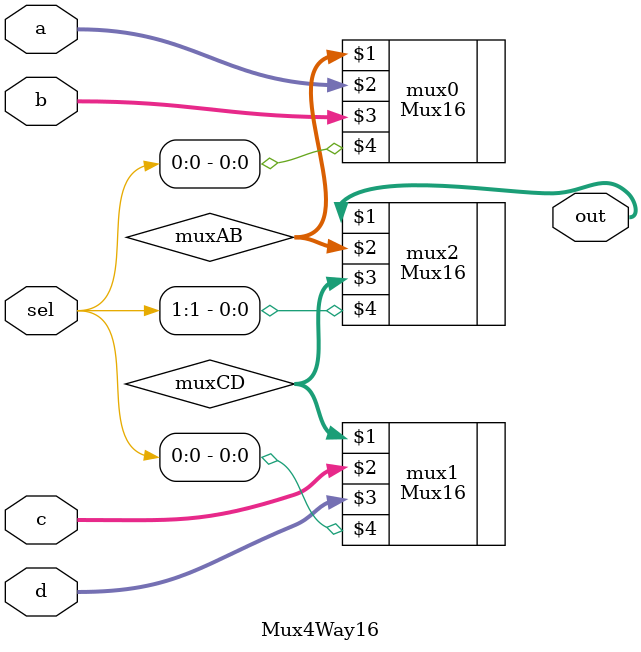
<source format=v>
/* módulo Mux4Way16 */

`ifndef _Mux4Way16_
`define _Mux4Way16_

`include "Mux16.v"

module Mux4Way16(out, a, b, c, d, sel);
    input[15:0] a,b,c, d;
    input [1:0] sel;
    output [15:0] out;
    wire [15:0] muxAB, muxCD;

    Mux16 mux0(muxAB, a, b, sel[0]);
    Mux16 mux1(muxCD, c, d, sel[0]);
    Mux16 mux2(out, muxAB, muxCD, sel[1]);

    // Descrição de conexões internas do módulo

endmodule

`endif

</source>
